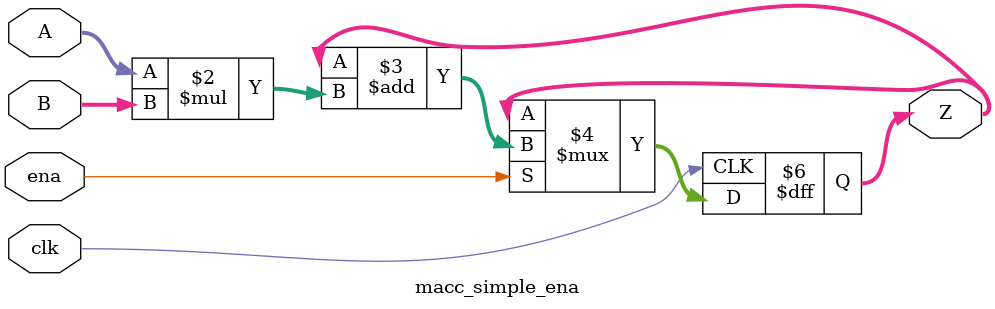
<source format=v>
module macc_simple_ena (
    input  wire        clk,
    input  wire        ena,
    input  wire [ 7:0] A,
    input  wire [ 7:0] B,
    output reg  [15:0] Z
);
    always @(posedge clk)
        if (ena) Z <= Z + (A * B);
endmodule
</source>
